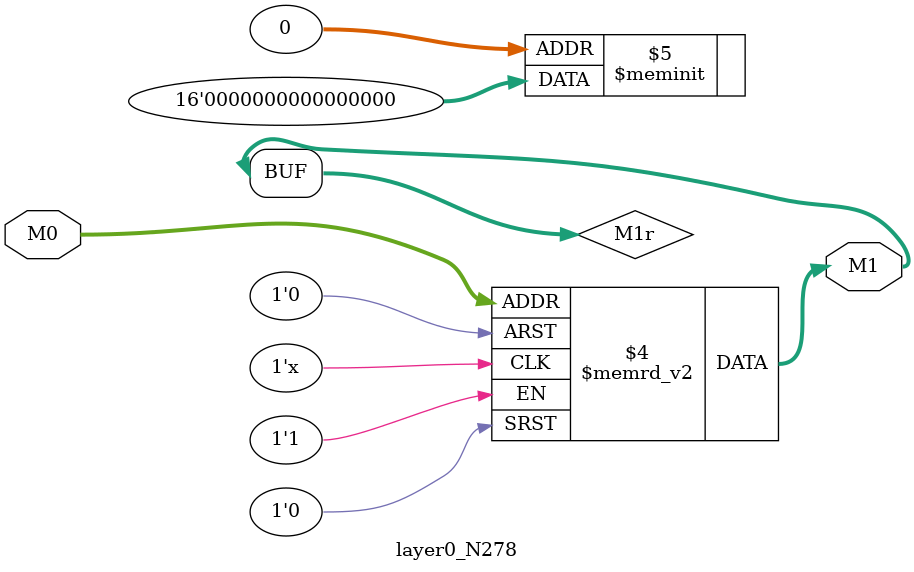
<source format=v>
module layer0_N278 ( input [2:0] M0, output [1:0] M1 );

	(*rom_style = "distributed" *) reg [1:0] M1r;
	assign M1 = M1r;
	always @ (M0) begin
		case (M0)
			3'b000: M1r = 2'b00;
			3'b100: M1r = 2'b00;
			3'b010: M1r = 2'b00;
			3'b110: M1r = 2'b00;
			3'b001: M1r = 2'b00;
			3'b101: M1r = 2'b00;
			3'b011: M1r = 2'b00;
			3'b111: M1r = 2'b00;

		endcase
	end
endmodule

</source>
